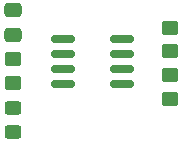
<source format=gbr>
%TF.GenerationSoftware,KiCad,Pcbnew,(6.0.11)*%
%TF.CreationDate,2023-09-04T13:57:40-04:00*%
%TF.ProjectId,BlinkyProject,426c696e-6b79-4507-926f-6a6563742e6b,rev?*%
%TF.SameCoordinates,Original*%
%TF.FileFunction,Soldermask,Top*%
%TF.FilePolarity,Negative*%
%FSLAX46Y46*%
G04 Gerber Fmt 4.6, Leading zero omitted, Abs format (unit mm)*
G04 Created by KiCad (PCBNEW (6.0.11)) date 2023-09-04 13:57:40*
%MOMM*%
%LPD*%
G01*
G04 APERTURE LIST*
G04 Aperture macros list*
%AMRoundRect*
0 Rectangle with rounded corners*
0 $1 Rounding radius*
0 $2 $3 $4 $5 $6 $7 $8 $9 X,Y pos of 4 corners*
0 Add a 4 corners polygon primitive as box body*
4,1,4,$2,$3,$4,$5,$6,$7,$8,$9,$2,$3,0*
0 Add four circle primitives for the rounded corners*
1,1,$1+$1,$2,$3*
1,1,$1+$1,$4,$5*
1,1,$1+$1,$6,$7*
1,1,$1+$1,$8,$9*
0 Add four rect primitives between the rounded corners*
20,1,$1+$1,$2,$3,$4,$5,0*
20,1,$1+$1,$4,$5,$6,$7,0*
20,1,$1+$1,$6,$7,$8,$9,0*
20,1,$1+$1,$8,$9,$2,$3,0*%
G04 Aperture macros list end*
%ADD10RoundRect,0.250000X0.450000X-0.325000X0.450000X0.325000X-0.450000X0.325000X-0.450000X-0.325000X0*%
%ADD11RoundRect,0.250000X-0.450000X0.350000X-0.450000X-0.350000X0.450000X-0.350000X0.450000X0.350000X0*%
%ADD12RoundRect,0.250000X0.475000X-0.337500X0.475000X0.337500X-0.475000X0.337500X-0.475000X-0.337500X0*%
%ADD13RoundRect,0.150000X-0.825000X-0.150000X0.825000X-0.150000X0.825000X0.150000X-0.825000X0.150000X0*%
G04 APERTURE END LIST*
D10*
%TO.C,D1*%
X159525000Y-126980000D03*
X159525000Y-124930000D03*
%TD*%
D11*
%TO.C,R3*%
X159525000Y-120855000D03*
X159525000Y-122855000D03*
%TD*%
D12*
%TO.C,C1*%
X159525000Y-118780000D03*
X159525000Y-116705000D03*
%TD*%
D13*
%TO.C,U1*%
X163800000Y-119150000D03*
X163800000Y-120420000D03*
X163800000Y-121690000D03*
X163800000Y-122960000D03*
X168750000Y-122960000D03*
X168750000Y-121690000D03*
X168750000Y-120420000D03*
X168750000Y-119150000D03*
%TD*%
D11*
%TO.C,R2*%
X172825000Y-122205000D03*
X172825000Y-124205000D03*
%TD*%
%TO.C,R1*%
X172825000Y-118155000D03*
X172825000Y-120155000D03*
%TD*%
M02*

</source>
